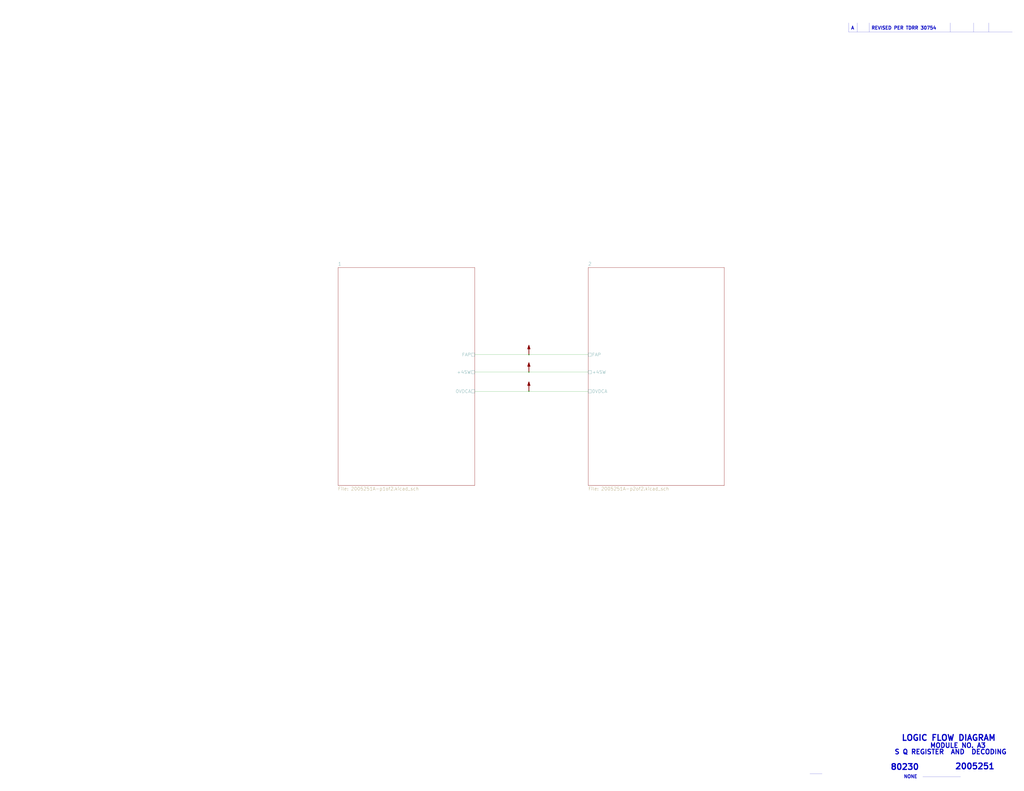
<source format=kicad_sch>
(kicad_sch (version 20211123) (generator eeschema)
  (paper "E")
  (lib_symbols
    (symbol "AGC_DSKY:PWR_FLAG" (power) (pin_numbers hide) (pin_names (offset 0) hide)
      (symbol "PWR_FLAG_0_0"
        (pin power_out line (at 0 0 90) (length 0) (name "pwr") (number "1"))
      )
      (symbol "PWR_FLAG_0_1"
        (polyline (pts (xy 0 0) (xy 0 10.16)) (stroke (width 0.762)))
        (polyline (pts (xy 0 10.16) (xy -1.27 6.35) (xy 1.27 6.35) (xy 0 10.16)) (stroke (width 0.762)) (fill (type outline)))
      )
    )
  )
  (junction (at 577.215 387.35))
  (junction (at 577.215 406.4))
  (junction (at 577.215 427.355))
  (wire (pts (xy 641.985 427.355) (xy 577.215 427.355)))
  (polyline (pts (xy 1062.5074 24.9936) (xy 1062.5074 34.925)) (stroke (width 0.1524) (type solid)))
  (wire (pts (xy 577.215 406.4) (xy 518.16 406.4)))
  (polyline (pts (xy 883.92 845.185) (xy 897.255 845.185)) (stroke (width 0) (type solid)))
  (wire (pts (xy 518.16 387.35) (xy 577.215 387.35)))
  (wire (pts (xy 518.16 427.355) (xy 577.215 427.355)))
  (polyline (pts (xy 926.1094 24.9936) (xy 926.1094 34.925)) (stroke (width 0.1524) (type solid)))
  (polyline (pts (xy 948.69 24.9936) (xy 948.69 34.925)) (stroke (width 0.1524) (type solid)))
  (wire (pts (xy 577.215 387.35) (xy 641.985 387.35)))
  (wire (pts (xy 641.985 406.4) (xy 577.215 406.4)))
  (polyline (pts (xy 1037.1074 24.9936) (xy 1037.1074 34.925)) (stroke (width 0.1524) (type solid)))
  (polyline (pts (xy 1007.11 848.36) (xy 1048.385 848.36)) (stroke (width 0) (type solid)))
  (polyline (pts (xy 935.7106 24.9936) (xy 935.7106 34.925)) (stroke (width 0.1524) (type solid)))
  (polyline (pts (xy 926.1094 34.925) (xy 1104.9 34.925)) (stroke (width 0.1524) (type solid)))
  (polyline (pts (xy 1078.992 24.9936) (xy 1078.992 34.925)) (stroke (width 0.1524) (type solid)))
  (text "REVISED PER TDRR 30754" (at 950.8236 32.7406 0) (effects (font (size 3.556 3.556) (thickness 0.7112) bold) (justify left bottom)))
  (text "80230" (at 971.55 841.375 0) (effects (font (size 6.35 6.35) (thickness 1.27) bold) (justify left bottom)))
  (text "LOGIC FLOW DIAGRAM" (at 983.615 809.625 0) (effects (font (size 6.35 6.35) (thickness 1.27) bold) (justify left bottom)))
  (text "NONE" (at 986.155 850.265 0) (effects (font (size 3.556 3.556) (thickness 0.7112) bold) (justify left bottom)))
  (text "S Q REGISTER  AND  DECODING" (at 975.995 824.23 0) (effects (font (size 5.08 5.08) (thickness 1.016) bold) (justify left bottom)))
  (text "2005251" (at 1042.035 840.74 0) (effects (font (size 6.35 6.35) (thickness 1.27) bold) (justify left bottom)))
  (text "A" (at 928.5732 32.7406 0) (effects (font (size 3.556 3.556) (thickness 0.7112) bold) (justify left bottom)))
  (text "MODULE NO. A3" (at 1014.73 817.245 0) (effects (font (size 5.08 5.08) (thickness 1.016) bold) (justify left bottom)))
  (symbol (lib_id "AGC_DSKY:PWR_FLAG") (at 577.215 427.355 0) (unit 1)
    (property "Reference" "#FLG0101" (effects hide))
    (property "Value" "PWR_FLAG" (effects hide))
  )
  (symbol (lib_id "AGC_DSKY:PWR_FLAG") (at 577.215 406.4 0) (unit 1)
    (property "Reference" "#FLG0102" (effects hide))
    (property "Value" "PWR_FLAG" (effects hide))
  )
  (symbol (lib_id "AGC_DSKY:PWR_FLAG") (at 577.215 387.35 0) (unit 1)
    (property "Reference" "#FLG0103" (effects hide))
    (property "Value" "PWR_FLAG" (effects hide))
  )
  (sheet (at 368.935 292.1) (size 149.225 238.125)
    (property "Sheet name" "1" (at 368.935 290.2454 0) (effects (font (size 3.556 3.556)) (justify left bottom)))
    (property "Sheet file" "2005251A-p1of2.kicad_sch" (at 368.935 531.724 0) (effects (font (size 3.556 3.556)) (justify left top)))
    (pin "+4SW" passive (at 518.16 406.4 0) (effects (font (size 3.556 3.556))))
    (pin "0VDCA" passive (at 518.16 427.355 0) (effects (font (size 3.556 3.556))))
    (pin "FAP" passive (at 518.16 387.35 0) (effects (font (size 3.556 3.556))))
  )
  (sheet (at 641.985 292.1) (size 148.59 238.125)
    (property "Sheet name" "2" (at 641.985 290.2454 0) (effects (font (size 3.556 3.556)) (justify left bottom)))
    (property "Sheet file" "2005251A-p2of2.kicad_sch" (at 641.985 531.724 0) (effects (font (size 3.556 3.556)) (justify left top)))
    (pin "FAP" passive (at 641.985 387.35 180) (effects (font (size 3.556 3.556))))
    (pin "0VDCA" passive (at 641.985 427.355 180) (effects (font (size 3.556 3.556))))
    (pin "+4SW" passive (at 641.985 406.4 180) (effects (font (size 3.556 3.556))))
  )
)
</source>
